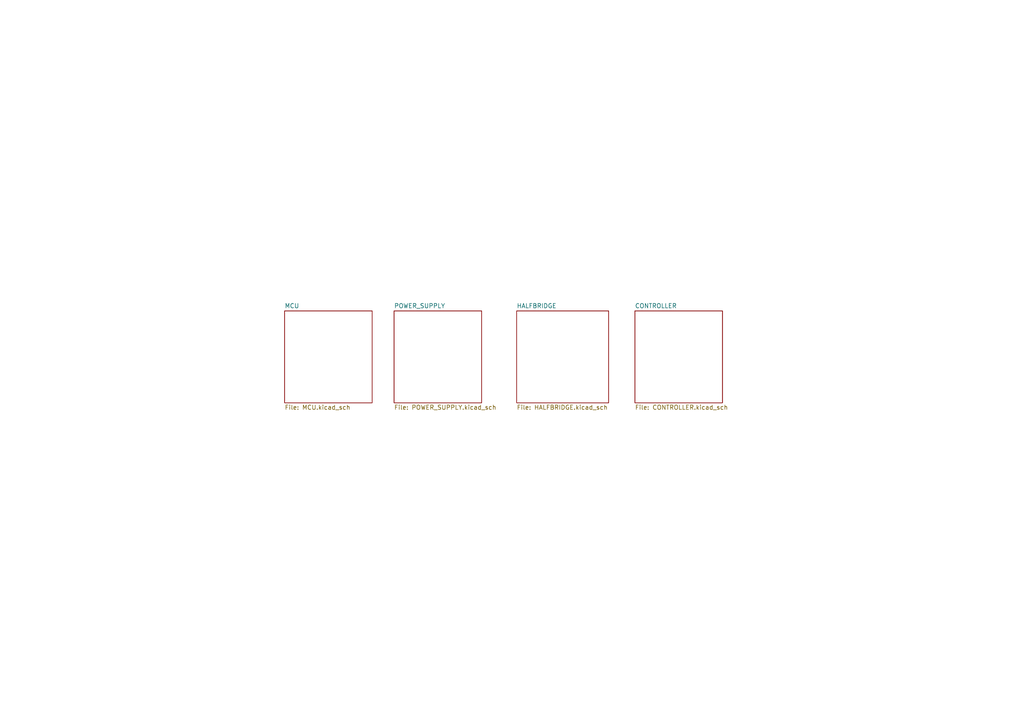
<source format=kicad_sch>
(kicad_sch (version 20230121) (generator eeschema)
  (paper "A4")
  (lib_symbols)
  (sheet (at 184.15 90.17) (size 25.4 26.67) (stroke (width 0.1524))
    (property "Sheetname" "CONTROLLER" (at 184.15 89.4584 0) (effects (justify left bottom)))
    (property "Sheetfile" "CONTROLLER.kicad_sch" (at 184.15 117.4246 0) (effects (justify left top)))
  )
  (sheet (at 82.55 90.17) (size 25.4 26.67) (stroke (width 0.1524))
    (property "Sheetname" "MCU" (at 82.55 89.4584 0) (effects (justify left bottom)))
    (property "Sheetfile" "MCU.kicad_sch" (at 82.55 117.4246 0) (effects (justify left top)))
  )
  (sheet (at 114.3 90.17) (size 25.4 26.67) (stroke (width 0.1524))
    (property "Sheetname" "POWER_SUPPLY" (at 114.3 89.4584 0) (effects (justify left bottom)))
    (property "Sheetfile" "POWER_SUPPLY.kicad_sch" (at 114.3 117.4246 0) (effects (justify left top)))
  )
  (sheet (at 149.86 90.17) (size 26.67 26.67) (stroke (width 0.1524))
    (property "Sheetname" "HALFBRIDGE" (at 149.86 89.4584 0) (effects (justify left bottom)))
    (property "Sheetfile" "HALFBRIDGE.kicad_sch" (at 149.86 117.4246 0) (effects (justify left top)))
  )
)
</source>
